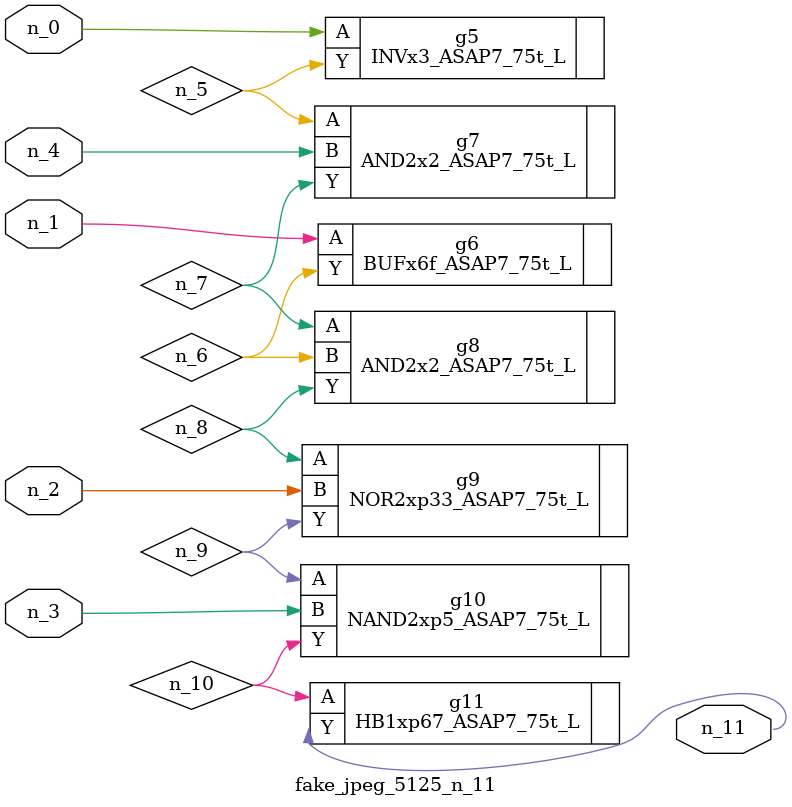
<source format=v>
module fake_jpeg_5125_n_11 (n_3, n_2, n_1, n_0, n_4, n_11);

input n_3;
input n_2;
input n_1;
input n_0;
input n_4;

output n_11;

wire n_10;
wire n_8;
wire n_9;
wire n_6;
wire n_5;
wire n_7;

INVx3_ASAP7_75t_L g5 ( 
.A(n_0),
.Y(n_5)
);

BUFx6f_ASAP7_75t_L g6 ( 
.A(n_1),
.Y(n_6)
);

AND2x2_ASAP7_75t_L g7 ( 
.A(n_5),
.B(n_4),
.Y(n_7)
);

AND2x2_ASAP7_75t_L g8 ( 
.A(n_7),
.B(n_6),
.Y(n_8)
);

NOR2xp33_ASAP7_75t_L g9 ( 
.A(n_8),
.B(n_2),
.Y(n_9)
);

NAND2xp5_ASAP7_75t_L g10 ( 
.A(n_9),
.B(n_3),
.Y(n_10)
);

HB1xp67_ASAP7_75t_L g11 ( 
.A(n_10),
.Y(n_11)
);


endmodule
</source>
